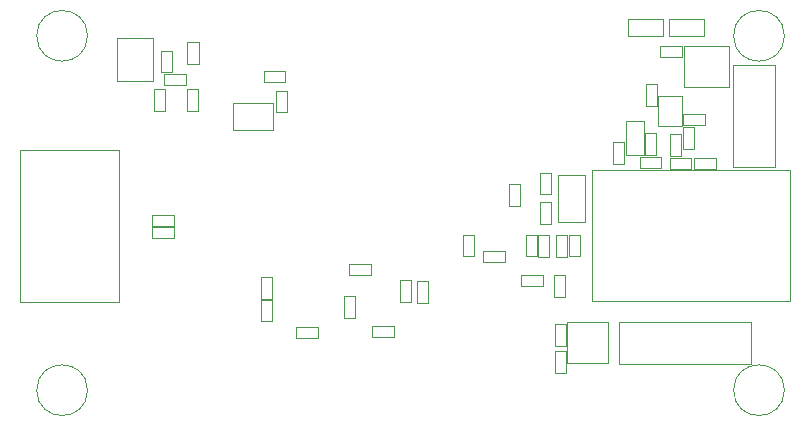
<source format=gbr>
%TF.GenerationSoftware,KiCad,Pcbnew,8.0.2-1*%
%TF.CreationDate,2024-09-30T14:56:41+09:00*%
%TF.ProjectId,gas_nrf52832,6761735f-6e72-4663-9532-3833322e6b69,rev?*%
%TF.SameCoordinates,Original*%
%TF.FileFunction,Other,User*%
%FSLAX46Y46*%
G04 Gerber Fmt 4.6, Leading zero omitted, Abs format (unit mm)*
G04 Created by KiCad (PCBNEW 8.0.2-1) date 2024-09-30 14:56:41*
%MOMM*%
%LPD*%
G01*
G04 APERTURE LIST*
%ADD10C,0.050000*%
%ADD11C,0.100000*%
G04 APERTURE END LIST*
D10*
X143355000Y-86345000D02*
X144295000Y-86345000D01*
X143355000Y-88205000D02*
X143355000Y-86345000D01*
X144295000Y-86345000D02*
X144295000Y-88205000D01*
X144295000Y-88205000D02*
X143355000Y-88205000D01*
X127565000Y-96190000D02*
X129425000Y-96190000D01*
X127565000Y-97130000D02*
X127565000Y-96190000D01*
X129425000Y-96190000D02*
X129425000Y-97130000D01*
X129425000Y-97130000D02*
X127565000Y-97130000D01*
X106350000Y-83645000D02*
X109750000Y-83645000D01*
X106350000Y-85945000D02*
X106350000Y-83645000D01*
X109750000Y-83645000D02*
X109750000Y-85945000D01*
X109750000Y-85945000D02*
X106350000Y-85945000D01*
X108760000Y-100365000D02*
X109680000Y-100365000D01*
X108760000Y-102185000D02*
X108760000Y-100365000D01*
X109680000Y-100365000D02*
X109680000Y-102185000D01*
X109680000Y-102185000D02*
X108760000Y-102185000D01*
X139820000Y-76570000D02*
X142780000Y-76570000D01*
X139820000Y-78030000D02*
X139820000Y-76570000D01*
X142780000Y-76570000D02*
X142780000Y-78030000D01*
X142780000Y-78030000D02*
X139820000Y-78030000D01*
X141305000Y-82080000D02*
X142245000Y-82080000D01*
X141305000Y-83940000D02*
X141305000Y-82080000D01*
X142245000Y-82080000D02*
X142245000Y-83940000D01*
X142245000Y-83940000D02*
X141305000Y-83940000D01*
X96530000Y-78190000D02*
X96530000Y-81790000D01*
X96530000Y-81790000D02*
X99630000Y-81790000D01*
X99630000Y-78190000D02*
X96530000Y-78190000D01*
X99630000Y-81790000D02*
X99630000Y-78190000D01*
X139020000Y-102200000D02*
X139020000Y-105800000D01*
X139020000Y-105800000D02*
X150220000Y-105800000D01*
X150220000Y-102200000D02*
X139020000Y-102200000D01*
X150220000Y-105800000D02*
X150220000Y-102200000D01*
X133900000Y-89750000D02*
X136200000Y-89750000D01*
X133900000Y-93750000D02*
X133900000Y-89750000D01*
X133900000Y-93750000D02*
X136200000Y-93750000D01*
X136200000Y-93750000D02*
X136200000Y-89750000D01*
X143365000Y-88340000D02*
X145185000Y-88340000D01*
X143365000Y-89260000D02*
X143365000Y-88340000D01*
X145185000Y-88340000D02*
X145185000Y-89260000D01*
X145185000Y-89260000D02*
X143365000Y-89260000D01*
X94050000Y-78000000D02*
G75*
G02*
X89750000Y-78000000I-2150000J0D01*
G01*
X89750000Y-78000000D02*
G75*
G02*
X94050000Y-78000000I2150000J0D01*
G01*
X94050000Y-108000000D02*
G75*
G02*
X89750000Y-108000000I-2150000J0D01*
G01*
X89750000Y-108000000D02*
G75*
G02*
X94050000Y-108000000I2150000J0D01*
G01*
X153050000Y-78000000D02*
G75*
G02*
X148750000Y-78000000I-2150000J0D01*
G01*
X148750000Y-78000000D02*
G75*
G02*
X153050000Y-78000000I2150000J0D01*
G01*
X153050000Y-108000000D02*
G75*
G02*
X148750000Y-108000000I-2150000J0D01*
G01*
X148750000Y-108000000D02*
G75*
G02*
X153050000Y-108000000I2150000J0D01*
G01*
X111735000Y-102665000D02*
X113555000Y-102665000D01*
X111735000Y-103585000D02*
X111735000Y-102665000D01*
X113555000Y-102665000D02*
X113555000Y-103585000D01*
X113555000Y-103585000D02*
X111735000Y-103585000D01*
X102490000Y-82505000D02*
X103410000Y-82505000D01*
X102490000Y-84325000D02*
X102490000Y-82505000D01*
X103410000Y-82505000D02*
X103410000Y-84325000D01*
X103410000Y-84325000D02*
X102490000Y-84325000D01*
X142350000Y-83136000D02*
X144350000Y-83136000D01*
X142350000Y-85596000D02*
X142350000Y-83136000D01*
X144350000Y-83136000D02*
X144350000Y-85596000D01*
X144350000Y-85596000D02*
X142350000Y-85596000D01*
X99715000Y-82505000D02*
X100635000Y-82505000D01*
X99715000Y-84325000D02*
X99715000Y-82505000D01*
X100635000Y-82505000D02*
X100635000Y-84325000D01*
X100635000Y-84325000D02*
X99715000Y-84325000D01*
X139670000Y-85170000D02*
X141130000Y-85170000D01*
X139670000Y-88130000D02*
X139670000Y-85170000D01*
X141130000Y-85170000D02*
X141130000Y-88130000D01*
X141130000Y-88130000D02*
X139670000Y-88130000D01*
X132225000Y-94830000D02*
X133165000Y-94830000D01*
X132225000Y-96690000D02*
X132225000Y-94830000D01*
X133165000Y-94830000D02*
X133165000Y-96690000D01*
X133165000Y-96690000D02*
X132225000Y-96690000D01*
X134640000Y-102202500D02*
X134640000Y-105702500D01*
X134640000Y-105702500D02*
X138140000Y-105702500D01*
X138140000Y-102202500D02*
X134640000Y-102202500D01*
X138140000Y-105702500D02*
X138140000Y-102202500D01*
X148700000Y-80435000D02*
X148700000Y-89085000D01*
X148700000Y-89085000D02*
X152300000Y-89085000D01*
X152300000Y-80435000D02*
X148700000Y-80435000D01*
X152300000Y-89085000D02*
X152300000Y-80435000D01*
X110015000Y-82650000D02*
X110935000Y-82650000D01*
X110015000Y-84470000D02*
X110015000Y-82650000D01*
X110935000Y-82650000D02*
X110935000Y-84470000D01*
X110935000Y-84470000D02*
X110015000Y-84470000D01*
X144470000Y-84580000D02*
X146330000Y-84580000D01*
X144470000Y-85520000D02*
X144470000Y-84580000D01*
X146330000Y-84580000D02*
X146330000Y-85520000D01*
X146330000Y-85520000D02*
X144470000Y-85520000D01*
X100250000Y-79280000D02*
X101170000Y-79280000D01*
X100250000Y-81100000D02*
X100250000Y-79280000D01*
X101170000Y-79280000D02*
X101170000Y-81100000D01*
X101170000Y-81100000D02*
X100250000Y-81100000D01*
X130770000Y-98230000D02*
X132630000Y-98230000D01*
X130770000Y-99170000D02*
X130770000Y-98230000D01*
X132630000Y-98230000D02*
X132630000Y-99170000D01*
X132630000Y-99170000D02*
X130770000Y-99170000D01*
X141280000Y-86220000D02*
X142220000Y-86220000D01*
X141280000Y-88080000D02*
X141280000Y-86220000D01*
X142220000Y-86220000D02*
X142220000Y-88080000D01*
X142220000Y-88080000D02*
X141280000Y-88080000D01*
X136750000Y-89377500D02*
X136750000Y-100477500D01*
X136750000Y-100477500D02*
X153550000Y-100477500D01*
X153550000Y-89377500D02*
X136750000Y-89377500D01*
X153550000Y-100477500D02*
X153550000Y-89377500D01*
X145410000Y-88330000D02*
X147270000Y-88330000D01*
X145410000Y-89270000D02*
X145410000Y-88330000D01*
X147270000Y-88330000D02*
X147270000Y-89270000D01*
X147270000Y-89270000D02*
X145410000Y-89270000D01*
X133550000Y-98290000D02*
X134470000Y-98290000D01*
X133550000Y-100110000D02*
X133550000Y-98290000D01*
X134470000Y-98290000D02*
X134470000Y-100110000D01*
X134470000Y-100110000D02*
X133550000Y-100110000D01*
X140790000Y-88290000D02*
X142610000Y-88290000D01*
X140790000Y-89210000D02*
X140790000Y-88290000D01*
X142610000Y-88290000D02*
X142610000Y-89210000D01*
X142610000Y-89210000D02*
X140790000Y-89210000D01*
X120510000Y-98715000D02*
X121430000Y-98715000D01*
X120510000Y-100535000D02*
X120510000Y-98715000D01*
X121430000Y-98715000D02*
X121430000Y-100535000D01*
X121430000Y-100535000D02*
X120510000Y-100535000D01*
X129750000Y-90550000D02*
X130690000Y-90550000D01*
X129750000Y-92410000D02*
X129750000Y-90550000D01*
X130690000Y-90550000D02*
X130690000Y-92410000D01*
X130690000Y-92410000D02*
X129750000Y-92410000D01*
X115730000Y-99995000D02*
X116670000Y-99995000D01*
X115730000Y-101855000D02*
X115730000Y-99995000D01*
X116670000Y-99995000D02*
X116670000Y-101855000D01*
X116670000Y-101855000D02*
X115730000Y-101855000D01*
X125860000Y-94825000D02*
X126780000Y-94825000D01*
X125860000Y-96645000D02*
X125860000Y-94825000D01*
X126780000Y-94825000D02*
X126780000Y-96645000D01*
X126780000Y-96645000D02*
X125860000Y-96645000D01*
X108750000Y-98420000D02*
X109690000Y-98420000D01*
X108750000Y-100280000D02*
X108750000Y-98420000D01*
X109690000Y-98420000D02*
X109690000Y-100280000D01*
X109690000Y-100280000D02*
X108750000Y-100280000D01*
X132340000Y-89610000D02*
X133260000Y-89610000D01*
X132340000Y-91430000D02*
X132340000Y-89610000D01*
X133260000Y-89610000D02*
X133260000Y-91430000D01*
X133260000Y-91430000D02*
X132340000Y-91430000D01*
X142520000Y-78830000D02*
X144380000Y-78830000D01*
X142520000Y-79770000D02*
X142520000Y-78830000D01*
X144380000Y-78830000D02*
X144380000Y-79770000D01*
X144380000Y-79770000D02*
X142520000Y-79770000D01*
X118170000Y-102590000D02*
X119990000Y-102590000D01*
X118170000Y-103510000D02*
X118170000Y-102590000D01*
X119990000Y-102590000D02*
X119990000Y-103510000D01*
X119990000Y-103510000D02*
X118170000Y-103510000D01*
X133605000Y-102410000D02*
X134525000Y-102410000D01*
X133605000Y-104230000D02*
X133605000Y-102410000D01*
X134525000Y-102410000D02*
X134525000Y-104230000D01*
X134525000Y-104230000D02*
X133605000Y-104230000D01*
X144550000Y-78825000D02*
X148400000Y-78825000D01*
X144550000Y-82365000D02*
X144550000Y-78825000D01*
X148400000Y-78825000D02*
X148400000Y-82365000D01*
X148400000Y-82365000D02*
X144550000Y-82365000D01*
X99520000Y-94155000D02*
X101380000Y-94155000D01*
X99520000Y-95095000D02*
X99520000Y-94155000D01*
X101380000Y-94155000D02*
X101380000Y-95095000D01*
X101380000Y-95095000D02*
X99520000Y-95095000D01*
X121930000Y-98720000D02*
X122870000Y-98720000D01*
X121930000Y-100580000D02*
X121930000Y-98720000D01*
X122870000Y-98720000D02*
X122870000Y-100580000D01*
X122870000Y-100580000D02*
X121930000Y-100580000D01*
X143270000Y-76570000D02*
X146230000Y-76570000D01*
X143270000Y-78030000D02*
X143270000Y-76570000D01*
X146230000Y-76570000D02*
X146230000Y-78030000D01*
X146230000Y-78030000D02*
X143270000Y-78030000D01*
X100540000Y-81235000D02*
X102360000Y-81235000D01*
X100540000Y-82155000D02*
X100540000Y-81235000D01*
X102360000Y-81235000D02*
X102360000Y-82155000D01*
X102360000Y-82155000D02*
X100540000Y-82155000D01*
X138540000Y-86990000D02*
X139460000Y-86990000D01*
X138540000Y-88810000D02*
X138540000Y-86990000D01*
X139460000Y-86990000D02*
X139460000Y-88810000D01*
X139460000Y-88810000D02*
X138540000Y-88810000D01*
X133730000Y-94825000D02*
X134670000Y-94825000D01*
X133730000Y-96685000D02*
X133730000Y-94825000D01*
X134670000Y-94825000D02*
X134670000Y-96685000D01*
X134670000Y-96685000D02*
X133730000Y-96685000D01*
X102515000Y-78500000D02*
X103455000Y-78500000D01*
X102515000Y-80360000D02*
X102515000Y-78500000D01*
X103455000Y-78500000D02*
X103455000Y-80360000D01*
X103455000Y-80360000D02*
X102515000Y-80360000D01*
X99520000Y-93130000D02*
X101380000Y-93130000D01*
X99520000Y-94070000D02*
X99520000Y-93130000D01*
X101380000Y-93130000D02*
X101380000Y-94070000D01*
X101380000Y-94070000D02*
X99520000Y-94070000D01*
X144455000Y-85735000D02*
X145395000Y-85735000D01*
X144455000Y-87595000D02*
X144455000Y-85735000D01*
X145395000Y-85735000D02*
X145395000Y-87595000D01*
X145395000Y-87595000D02*
X144455000Y-87595000D01*
X132340000Y-92090000D02*
X133260000Y-92090000D01*
X132340000Y-93910000D02*
X132340000Y-92090000D01*
X133260000Y-92090000D02*
X133260000Y-93910000D01*
X133260000Y-93910000D02*
X132340000Y-93910000D01*
X88300000Y-87690000D02*
X88300000Y-100530000D01*
X88300000Y-100530000D02*
X96750000Y-100530000D01*
X96750000Y-87690000D02*
X88300000Y-87690000D01*
X96750000Y-100530000D02*
X96750000Y-87690000D01*
X133605000Y-104705000D02*
X134525000Y-104705000D01*
X133605000Y-106525000D02*
X133605000Y-104705000D01*
X134525000Y-104705000D02*
X134525000Y-106525000D01*
X134525000Y-106525000D02*
X133605000Y-106525000D01*
X116210000Y-97280000D02*
X118070000Y-97280000D01*
X116210000Y-98220000D02*
X116210000Y-97280000D01*
X118070000Y-97280000D02*
X118070000Y-98220000D01*
X118070000Y-98220000D02*
X116210000Y-98220000D01*
X131170000Y-94830000D02*
X132090000Y-94830000D01*
X131170000Y-96650000D02*
X131170000Y-94830000D01*
X132090000Y-94830000D02*
X132090000Y-96650000D01*
X132090000Y-96650000D02*
X131170000Y-96650000D01*
X134810000Y-94825000D02*
X135730000Y-94825000D01*
X134810000Y-96645000D02*
X134810000Y-94825000D01*
X135730000Y-94825000D02*
X135730000Y-96645000D01*
X135730000Y-96645000D02*
X134810000Y-96645000D01*
X108960000Y-80960000D02*
X110780000Y-80960000D01*
X108960000Y-81880000D02*
X108960000Y-80960000D01*
X110780000Y-80960000D02*
X110780000Y-81880000D01*
X110780000Y-81880000D02*
X108960000Y-81880000D01*
M02*

</source>
